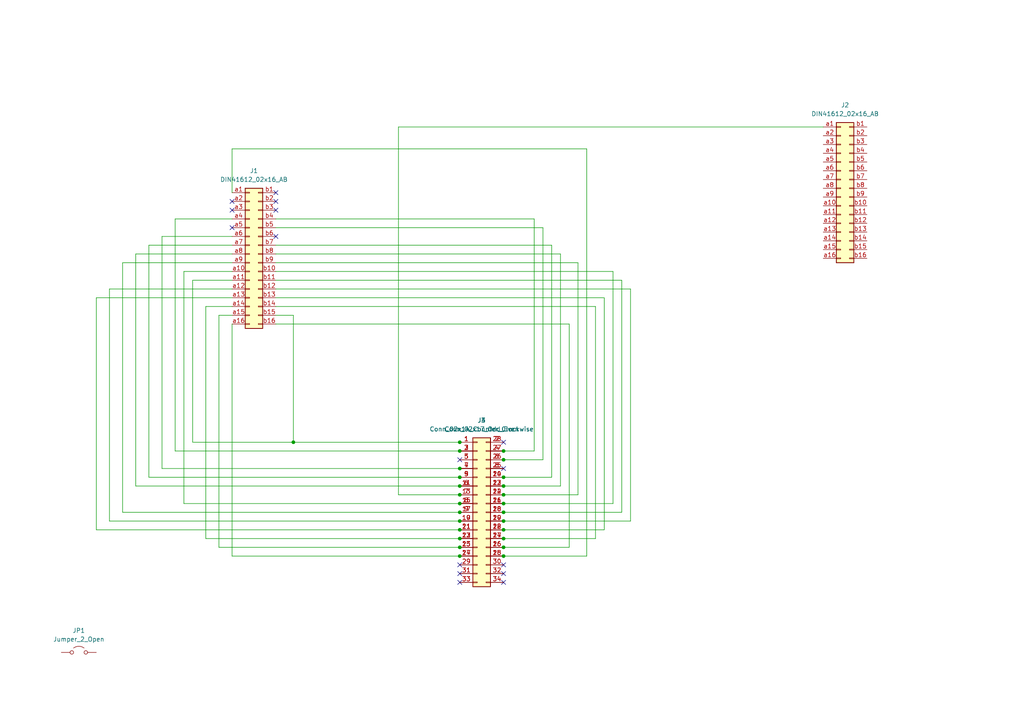
<source format=kicad_sch>
(kicad_sch (version 20250114) (generator "eeschema") (generator_version "9.0")
  (paper "A4")
  (lib_symbols
    (symbol "Connector:DIN41612_02x16_AB" (pin_names (offset 1.016) (hide yes))
      (property "Reference" "J" (at 1.27 20.32 0))
      (property "Value" "DIN41612_02x16_AB" (at 1.27 -22.86 0))
      (symbol "DIN41612_02x16_AB_1_1"
        (rectangle (start -1.27 19.05) (end 3.81 -21.59) (stroke (width 0.254)) (fill (type background)))
        (rectangle (start -1.27 17.907) (end 0 17.653) (stroke (width 0.1524)))
        (rectangle (start -1.27 15.367) (end 0 15.113) (stroke (width 0.1524)))
        (rectangle (start -1.27 12.827) (end 0 12.573) (stroke (width 0.1524)))
        (rectangle (start -1.27 10.287) (end 0 10.033) (stroke (width 0.1524)))
        (rectangle (start -1.27 7.747) (end 0 7.493) (stroke (width 0.1524)))
        (rectangle (start -1.27 5.207) (end 0 4.953) (stroke (width 0.1524)))
        (rectangle (start -1.27 2.667) (end 0 2.413) (stroke (width 0.1524)))
        (rectangle (start -1.27 0.127) (end 0 -0.127) (stroke (width 0.1524)))
        (rectangle (start -1.27 -2.413) (end 0 -2.667) (stroke (width 0.1524)))
        (rectangle (start -1.27 -4.953) (end 0 -5.207) (stroke (width 0.1524)))
        (rectangle (start -1.27 -7.493) (end 0 -7.747) (stroke (width 0.1524)))
        (rectangle (start -1.27 -10.033) (end 0 -10.287) (stroke (width 0.1524)))
        (rectangle (start -1.27 -12.573) (end 0 -12.827) (stroke (width 0.1524)))
        (rectangle (start -1.27 -15.113) (end 0 -15.367) (stroke (width 0.1524)))
        (rectangle (start -1.27 -17.653) (end 0 -17.907) (stroke (width 0.1524)))
        (rectangle (start -1.27 -20.193) (end 0 -20.447) (stroke (width 0.1524)))
        (rectangle (start 3.81 17.907) (end 2.54 17.653) (stroke (width 0.1524)))
        (rectangle (start 3.81 15.367) (end 2.54 15.113) (stroke (width 0.1524)))
        (rectangle (start 3.81 12.827) (end 2.54 12.573) (stroke (width 0.1524)))
        (rectangle (start 3.81 10.287) (end 2.54 10.033) (stroke (width 0.1524)))
        (rectangle (start 3.81 7.747) (end 2.54 7.493) (stroke (width 0.1524)))
        (rectangle (start 3.81 5.207) (end 2.54 4.953) (stroke (width 0.1524)))
        (rectangle (start 3.81 2.667) (end 2.54 2.413) (stroke (width 0.1524)))
        (rectangle (start 3.81 0.127) (end 2.54 -0.127) (stroke (width 0.1524)))
        (rectangle (start 3.81 -2.413) (end 2.54 -2.667) (stroke (width 0.1524)))
        (rectangle (start 3.81 -4.953) (end 2.54 -5.207) (stroke (width 0.1524)))
        (rectangle (start 3.81 -7.493) (end 2.54 -7.747) (stroke (width 0.1524)))
        (rectangle (start 3.81 -10.033) (end 2.54 -10.287) (stroke (width 0.1524)))
        (rectangle (start 3.81 -12.573) (end 2.54 -12.827) (stroke (width 0.1524)))
        (rectangle (start 3.81 -15.113) (end 2.54 -15.367) (stroke (width 0.1524)))
        (rectangle (start 3.81 -17.653) (end 2.54 -17.907) (stroke (width 0.1524)))
        (rectangle (start 3.81 -20.193) (end 2.54 -20.447) (stroke (width 0.1524)))
        (pin passive line (at -5.08 17.78 0) (length 3.81) (name "Pin_a1") (number "a1"))
        (pin passive line (at -5.08 15.24 0) (length 3.81) (name "Pin_a2") (number "a2"))
        (pin passive line (at -5.08 12.7 0) (length 3.81) (name "Pin_a3") (number "a3"))
        (pin passive line (at -5.08 10.16 0) (length 3.81) (name "Pin_a4") (number "a4"))
        (pin passive line (at -5.08 7.62 0) (length 3.81) (name "Pin_a5") (number "a5"))
        (pin passive line (at -5.08 5.08 0) (length 3.81) (name "Pin_a6") (number "a6"))
        (pin passive line (at -5.08 2.54 0) (length 3.81) (name "Pin_a7") (number "a7"))
        (pin passive line (at -5.08 0 0) (length 3.81) (name "Pin_a8") (number "a8"))
        (pin passive line (at -5.08 -2.54 0) (length 3.81) (name "Pin_a9") (number "a9"))
        (pin passive line (at -5.08 -5.08 0) (length 3.81) (name "Pin_a10") (number "a10"))
        (pin passive line (at -5.08 -7.62 0) (length 3.81) (name "Pin_a11") (number "a11"))
        (pin passive line (at -5.08 -10.16 0) (length 3.81) (name "Pin_a12") (number "a12"))
        (pin passive line (at -5.08 -12.7 0) (length 3.81) (name "Pin_a13") (number "a13"))
        (pin passive line (at -5.08 -15.24 0) (length 3.81) (name "Pin_a14") (number "a14"))
        (pin passive line (at -5.08 -17.78 0) (length 3.81) (name "Pin_a15") (number "a15"))
        (pin passive line (at -5.08 -20.32 0) (length 3.81) (name "Pin_a16") (number "a16"))
        (pin passive line (at 7.62 17.78 180) (length 3.81) (name "Pin_b1") (number "b1"))
        (pin passive line (at 7.62 15.24 180) (length 3.81) (name "Pin_b2") (number "b2"))
        (pin passive line (at 7.62 12.7 180) (length 3.81) (name "Pin_b3") (number "b3"))
        (pin passive line (at 7.62 10.16 180) (length 3.81) (name "Pin_b4") (number "b4"))
        (pin passive line (at 7.62 7.62 180) (length 3.81) (name "Pin_b5") (number "b5"))
        (pin passive line (at 7.62 5.08 180) (length 3.81) (name "Pin_b6") (number "b6"))
        (pin passive line (at 7.62 2.54 180) (length 3.81) (name "Pin_b7") (number "b7"))
        (pin passive line (at 7.62 0 180) (length 3.81) (name "Pin_b8") (number "b8"))
        (pin passive line (at 7.62 -2.54 180) (length 3.81) (name "Pin_b9") (number "b9"))
        (pin passive line (at 7.62 -5.08 180) (length 3.81) (name "Pin_b10") (number "b10"))
        (pin passive line (at 7.62 -7.62 180) (length 3.81) (name "Pin_b11") (number "b11"))
        (pin passive line (at 7.62 -10.16 180) (length 3.81) (name "Pin_b12") (number "b12"))
        (pin passive line (at 7.62 -12.7 180) (length 3.81) (name "Pin_b13") (number "b13"))
        (pin passive line (at 7.62 -15.24 180) (length 3.81) (name "Pin_b14") (number "b14"))
        (pin passive line (at 7.62 -17.78 180) (length 3.81) (name "Pin_b15") (number "b15"))
        (pin passive line (at 7.62 -20.32 180) (length 3.81) (name "Pin_b16") (number "b16"))
      )
    )
    (symbol "Connector_Generic:Conn_02x14_Counter_Clockwise" (pin_names (offset 1.016) (hide yes))
      (property "Reference" "J" (at 1.27 17.78 0))
      (property "Value" "Conn_02x14_Counter_Clockwise" (at 1.27 -20.32 0))
      (symbol "Conn_02x14_Counter_Clockwise_1_1"
        (rectangle (start -1.27 16.51) (end 3.81 -19.05) (stroke (width 0.254)) (fill (type background)))
        (rectangle (start -1.27 15.367) (end 0 15.113) (stroke (width 0.1524)))
        (rectangle (start -1.27 12.827) (end 0 12.573) (stroke (width 0.1524)))
        (rectangle (start -1.27 10.287) (end 0 10.033) (stroke (width 0.1524)))
        (rectangle (start -1.27 7.747) (end 0 7.493) (stroke (width 0.1524)))
        (rectangle (start -1.27 5.207) (end 0 4.953) (stroke (width 0.1524)))
        (rectangle (start -1.27 2.667) (end 0 2.413) (stroke (width 0.1524)))
        (rectangle (start -1.27 0.127) (end 0 -0.127) (stroke (width 0.1524)))
        (rectangle (start -1.27 -2.413) (end 0 -2.667) (stroke (width 0.1524)))
        (rectangle (start -1.27 -4.953) (end 0 -5.207) (stroke (width 0.1524)))
        (rectangle (start -1.27 -7.493) (end 0 -7.747) (stroke (width 0.1524)))
        (rectangle (start -1.27 -10.033) (end 0 -10.287) (stroke (width 0.1524)))
        (rectangle (start -1.27 -12.573) (end 0 -12.827) (stroke (width 0.1524)))
        (rectangle (start -1.27 -15.113) (end 0 -15.367) (stroke (width 0.1524)))
        (rectangle (start -1.27 -17.653) (end 0 -17.907) (stroke (width 0.1524)))
        (rectangle (start 3.81 15.367) (end 2.54 15.113) (stroke (width 0.1524)))
        (rectangle (start 3.81 12.827) (end 2.54 12.573) (stroke (width 0.1524)))
        (rectangle (start 3.81 10.287) (end 2.54 10.033) (stroke (width 0.1524)))
        (rectangle (start 3.81 7.747) (end 2.54 7.493) (stroke (width 0.1524)))
        (rectangle (start 3.81 5.207) (end 2.54 4.953) (stroke (width 0.1524)))
        (rectangle (start 3.81 2.667) (end 2.54 2.413) (stroke (width 0.1524)))
        (rectangle (start 3.81 0.127) (end 2.54 -0.127) (stroke (width 0.1524)))
        (rectangle (start 3.81 -2.413) (end 2.54 -2.667) (stroke (width 0.1524)))
        (rectangle (start 3.81 -4.953) (end 2.54 -5.207) (stroke (width 0.1524)))
        (rectangle (start 3.81 -7.493) (end 2.54 -7.747) (stroke (width 0.1524)))
        (rectangle (start 3.81 -10.033) (end 2.54 -10.287) (stroke (width 0.1524)))
        (rectangle (start 3.81 -12.573) (end 2.54 -12.827) (stroke (width 0.1524)))
        (rectangle (start 3.81 -15.113) (end 2.54 -15.367) (stroke (width 0.1524)))
        (rectangle (start 3.81 -17.653) (end 2.54 -17.907) (stroke (width 0.1524)))
        (pin passive line (at -5.08 15.24 0) (length 3.81) (name "Pin_1") (number "1"))
        (pin passive line (at -5.08 12.7 0) (length 3.81) (name "Pin_2") (number "2"))
        (pin passive line (at -5.08 10.16 0) (length 3.81) (name "Pin_3") (number "3"))
        (pin passive line (at -5.08 7.62 0) (length 3.81) (name "Pin_4") (number "4"))
        (pin passive line (at -5.08 5.08 0) (length 3.81) (name "Pin_5") (number "5"))
        (pin passive line (at -5.08 2.54 0) (length 3.81) (name "Pin_6") (number "6"))
        (pin passive line (at -5.08 0 0) (length 3.81) (name "Pin_7") (number "7"))
        (pin passive line (at -5.08 -2.54 0) (length 3.81) (name "Pin_8") (number "8"))
        (pin passive line (at -5.08 -5.08 0) (length 3.81) (name "Pin_9") (number "9"))
        (pin passive line (at -5.08 -7.62 0) (length 3.81) (name "Pin_10") (number "10"))
        (pin passive line (at -5.08 -10.16 0) (length 3.81) (name "Pin_11") (number "11"))
        (pin passive line (at -5.08 -12.7 0) (length 3.81) (name "Pin_12") (number "12"))
        (pin passive line (at -5.08 -15.24 0) (length 3.81) (name "Pin_13") (number "13"))
        (pin passive line (at -5.08 -17.78 0) (length 3.81) (name "Pin_14") (number "14"))
        (pin passive line (at 7.62 15.24 180) (length 3.81) (name "Pin_28") (number "28"))
        (pin passive line (at 7.62 12.7 180) (length 3.81) (name "Pin_27") (number "27"))
        (pin passive line (at 7.62 10.16 180) (length 3.81) (name "Pin_26") (number "26"))
        (pin passive line (at 7.62 7.62 180) (length 3.81) (name "Pin_25") (number "25"))
        (pin passive line (at 7.62 5.08 180) (length 3.81) (name "Pin_24") (number "24"))
        (pin passive line (at 7.62 2.54 180) (length 3.81) (name "Pin_23") (number "23"))
        (pin passive line (at 7.62 0 180) (length 3.81) (name "Pin_22") (number "22"))
        (pin passive line (at 7.62 -2.54 180) (length 3.81) (name "Pin_21") (number "21"))
        (pin passive line (at 7.62 -5.08 180) (length 3.81) (name "Pin_20") (number "20"))
        (pin passive line (at 7.62 -7.62 180) (length 3.81) (name "Pin_19") (number "19"))
        (pin passive line (at 7.62 -10.16 180) (length 3.81) (name "Pin_18") (number "18"))
        (pin passive line (at 7.62 -12.7 180) (length 3.81) (name "Pin_17") (number "17"))
        (pin passive line (at 7.62 -15.24 180) (length 3.81) (name "Pin_16") (number "16"))
        (pin passive line (at 7.62 -17.78 180) (length 3.81) (name "Pin_15") (number "15"))
      )
    )
    (symbol "Connector_Generic:Conn_02x17_Odd_Even" (pin_names (offset 1.016) (hide yes))
      (property "Reference" "J" (at 1.27 22.86 0))
      (property "Value" "Conn_02x17_Odd_Even" (at 1.27 -22.86 0))
      (symbol "Conn_02x17_Odd_Even_1_1"
        (rectangle (start -1.27 21.59) (end 3.81 -21.59) (stroke (width 0.254)) (fill (type background)))
        (rectangle (start -1.27 20.447) (end 0 20.193) (stroke (width 0.1524)))
        (rectangle (start -1.27 17.907) (end 0 17.653) (stroke (width 0.1524)))
        (rectangle (start -1.27 15.367) (end 0 15.113) (stroke (width 0.1524)))
        (rectangle (start -1.27 12.827) (end 0 12.573) (stroke (width 0.1524)))
        (rectangle (start -1.27 10.287) (end 0 10.033) (stroke (width 0.1524)))
        (rectangle (start -1.27 7.747) (end 0 7.493) (stroke (width 0.1524)))
        (rectangle (start -1.27 5.207) (end 0 4.953) (stroke (width 0.1524)))
        (rectangle (start -1.27 2.667) (end 0 2.413) (stroke (width 0.1524)))
        (rectangle (start -1.27 0.127) (end 0 -0.127) (stroke (width 0.1524)))
        (rectangle (start -1.27 -2.413) (end 0 -2.667) (stroke (width 0.1524)))
        (rectangle (start -1.27 -4.953) (end 0 -5.207) (stroke (width 0.1524)))
        (rectangle (start -1.27 -7.493) (end 0 -7.747) (stroke (width 0.1524)))
        (rectangle (start -1.27 -10.033) (end 0 -10.287) (stroke (width 0.1524)))
        (rectangle (start -1.27 -12.573) (end 0 -12.827) (stroke (width 0.1524)))
        (rectangle (start -1.27 -15.113) (end 0 -15.367) (stroke (width 0.1524)))
        (rectangle (start -1.27 -17.653) (end 0 -17.907) (stroke (width 0.1524)))
        (rectangle (start -1.27 -20.193) (end 0 -20.447) (stroke (width 0.1524)))
        (rectangle (start 3.81 20.447) (end 2.54 20.193) (stroke (width 0.1524)))
        (rectangle (start 3.81 17.907) (end 2.54 17.653) (stroke (width 0.1524)))
        (rectangle (start 3.81 15.367) (end 2.54 15.113) (stroke (width 0.1524)))
        (rectangle (start 3.81 12.827) (end 2.54 12.573) (stroke (width 0.1524)))
        (rectangle (start 3.81 10.287) (end 2.54 10.033) (stroke (width 0.1524)))
        (rectangle (start 3.81 7.747) (end 2.54 7.493) (stroke (width 0.1524)))
        (rectangle (start 3.81 5.207) (end 2.54 4.953) (stroke (width 0.1524)))
        (rectangle (start 3.81 2.667) (end 2.54 2.413) (stroke (width 0.1524)))
        (rectangle (start 3.81 0.127) (end 2.54 -0.127) (stroke (width 0.1524)))
        (rectangle (start 3.81 -2.413) (end 2.54 -2.667) (stroke (width 0.1524)))
        (rectangle (start 3.81 -4.953) (end 2.54 -5.207) (stroke (width 0.1524)))
        (rectangle (start 3.81 -7.493) (end 2.54 -7.747) (stroke (width 0.1524)))
        (rectangle (start 3.81 -10.033) (end 2.54 -10.287) (stroke (width 0.1524)))
        (rectangle (start 3.81 -12.573) (end 2.54 -12.827) (stroke (width 0.1524)))
        (rectangle (start 3.81 -15.113) (end 2.54 -15.367) (stroke (width 0.1524)))
        (rectangle (start 3.81 -17.653) (end 2.54 -17.907) (stroke (width 0.1524)))
        (rectangle (start 3.81 -20.193) (end 2.54 -20.447) (stroke (width 0.1524)))
        (pin passive line (at -5.08 20.32 0) (length 3.81) (name "Pin_1") (number "1"))
        (pin passive line (at -5.08 17.78 0) (length 3.81) (name "Pin_3") (number "3"))
        (pin passive line (at -5.08 15.24 0) (length 3.81) (name "Pin_5") (number "5"))
        (pin passive line (at -5.08 12.7 0) (length 3.81) (name "Pin_7") (number "7"))
        (pin passive line (at -5.08 10.16 0) (length 3.81) (name "Pin_9") (number "9"))
        (pin passive line (at -5.08 7.62 0) (length 3.81) (name "Pin_11") (number "11"))
        (pin passive line (at -5.08 5.08 0) (length 3.81) (name "Pin_13") (number "13"))
        (pin passive line (at -5.08 2.54 0) (length 3.81) (name "Pin_15") (number "15"))
        (pin passive line (at -5.08 0 0) (length 3.81) (name "Pin_17") (number "17"))
        (pin passive line (at -5.08 -2.54 0) (length 3.81) (name "Pin_19") (number "19"))
        (pin passive line (at -5.08 -5.08 0) (length 3.81) (name "Pin_21") (number "21"))
        (pin passive line (at -5.08 -7.62 0) (length 3.81) (name "Pin_23") (number "23"))
        (pin passive line (at -5.08 -10.16 0) (length 3.81) (name "Pin_25") (number "25"))
        (pin passive line (at -5.08 -12.7 0) (length 3.81) (name "Pin_27") (number "27"))
        (pin passive line (at -5.08 -15.24 0) (length 3.81) (name "Pin_29") (number "29"))
        (pin passive line (at -5.08 -17.78 0) (length 3.81) (name "Pin_31") (number "31"))
        (pin passive line (at -5.08 -20.32 0) (length 3.81) (name "Pin_33") (number "33"))
        (pin passive line (at 7.62 20.32 180) (length 3.81) (name "Pin_2") (number "2"))
        (pin passive line (at 7.62 17.78 180) (length 3.81) (name "Pin_4") (number "4"))
        (pin passive line (at 7.62 15.24 180) (length 3.81) (name "Pin_6") (number "6"))
        (pin passive line (at 7.62 12.7 180) (length 3.81) (name "Pin_8") (number "8"))
        (pin passive line (at 7.62 10.16 180) (length 3.81) (name "Pin_10") (number "10"))
        (pin passive line (at 7.62 7.62 180) (length 3.81) (name "Pin_12") (number "12"))
        (pin passive line (at 7.62 5.08 180) (length 3.81) (name "Pin_14") (number "14"))
        (pin passive line (at 7.62 2.54 180) (length 3.81) (name "Pin_16") (number "16"))
        (pin passive line (at 7.62 0 180) (length 3.81) (name "Pin_18") (number "18"))
        (pin passive line (at 7.62 -2.54 180) (length 3.81) (name "Pin_20") (number "20"))
        (pin passive line (at 7.62 -5.08 180) (length 3.81) (name "Pin_22") (number "22"))
        (pin passive line (at 7.62 -7.62 180) (length 3.81) (name "Pin_24") (number "24"))
        (pin passive line (at 7.62 -10.16 180) (length 3.81) (name "Pin_26") (number "26"))
        (pin passive line (at 7.62 -12.7 180) (length 3.81) (name "Pin_28") (number "28"))
        (pin passive line (at 7.62 -15.24 180) (length 3.81) (name "Pin_30") (number "30"))
        (pin passive line (at 7.62 -17.78 180) (length 3.81) (name "Pin_32") (number "32"))
        (pin passive line (at 7.62 -20.32 180) (length 3.81) (name "Pin_34") (number "34"))
      )
    )
    (symbol "Jumper:Jumper_2_Open" (pin_numbers (hide yes)) (pin_names (offset 0) (hide yes)) (exclude_from_sim yes)
      (property "Reference" "JP" (at 0 2.794 0))
      (property "Value" "Jumper_2_Open" (at 0 -2.286 0))
      (symbol "Jumper_2_Open_0_0"
        (circle (center -2.032 0) (radius 0.508))
        (circle (center 2.032 0) (radius 0.508))
      )
      (symbol "Jumper_2_Open_0_1"
        (arc (start -1.524 1.27) (mid 0 1.778) (end 1.524 1.27))
      )
      (symbol "Jumper_2_Open_1_1"
        (pin passive line (at -5.08 0 0) (length 2.54) (name "A") (number "1"))
        (pin passive line (at 5.08 0 180) (length 2.54) (name "B") (number "2"))
      )
    )
  )
  (junction (at 133.35 151.13))
  (junction (at 133.35 148.59))
  (junction (at 146.05 153.67))
  (junction (at 85.09 128.27))
  (junction (at 146.05 156.21))
  (junction (at 133.35 140.97))
  (junction (at 133.35 158.75))
  (junction (at 133.35 138.43))
  (junction (at 133.35 135.89))
  (junction (at 133.35 146.05))
  (junction (at 133.35 153.67))
  (junction (at 133.35 128.27))
  (junction (at 133.35 130.81))
  (junction (at 146.05 158.75))
  (junction (at 133.35 156.21))
  (junction (at 146.05 161.29))
  (junction (at 146.05 140.97))
  (junction (at 133.35 161.29))
  (junction (at 133.35 143.51))
  (junction (at 146.05 133.35))
  (junction (at 146.05 130.81))
  (junction (at 146.05 146.05))
  (junction (at 146.05 143.51))
  (junction (at 146.05 151.13))
  (junction (at 146.05 148.59))
  (junction (at 146.05 138.43))
  (no_connect (at 67.31 60.96))
  (no_connect (at 67.31 58.42))
  (no_connect (at 133.35 133.35))
  (no_connect (at 133.35 166.37))
  (no_connect (at 146.05 166.37))
  (no_connect (at 133.35 168.91))
  (no_connect (at 146.05 163.83))
  (no_connect (at 133.35 163.83))
  (no_connect (at 80.01 68.58))
  (no_connect (at 80.01 58.42))
  (no_connect (at 146.05 128.27))
  (no_connect (at 80.01 55.88))
  (no_connect (at 146.05 135.89))
  (no_connect (at 67.31 66.04))
  (no_connect (at 146.05 168.91))
  (no_connect (at 80.01 60.96))
  (wire (pts (xy 180.34 148.59) (xy 146.05 148.59)))
  (wire (pts (xy 182.88 151.13) (xy 146.05 151.13)))
  (wire (pts (xy 146.05 133.35) (xy 157.48 133.35)))
  (wire (pts (xy 80.01 93.98) (xy 165.1 93.98)))
  (wire (pts (xy 146.05 138.43) (xy 160.02 138.43)))
  (wire (pts (xy 35.56 148.59) (xy 133.35 148.59)))
  (wire (pts (xy 67.31 63.5) (xy 50.8 63.5)))
  (wire (pts (xy 165.1 158.75) (xy 146.05 158.75)))
  (wire (pts (xy 160.02 138.43) (xy 160.02 71.12)))
  (wire (pts (xy 67.31 91.44) (xy 63.5 91.44)))
  (wire (pts (xy 27.94 153.67) (xy 27.94 86.36)))
  (wire (pts (xy 59.69 88.9) (xy 59.69 156.21)))
  (wire (pts (xy 177.8 78.74) (xy 177.8 146.05)))
  (wire (pts (xy 53.34 78.74) (xy 53.34 146.05)))
  (wire (pts (xy 46.99 135.89) (xy 46.99 68.58)))
  (wire (pts (xy 67.31 43.18) (xy 67.31 55.88)))
  (wire (pts (xy 80.01 78.74) (xy 177.8 78.74)))
  (wire (pts (xy 162.56 73.66) (xy 162.56 140.97)))
  (wire (pts (xy 80.01 66.04) (xy 157.48 66.04)))
  (wire (pts (xy 157.48 133.35) (xy 157.48 66.04)))
  (wire (pts (xy 67.31 81.28) (xy 55.88 81.28)))
  (wire (pts (xy 80.01 91.44) (xy 85.09 91.44)))
  (wire (pts (xy 167.64 76.2) (xy 167.64 143.51)))
  (wire (pts (xy 67.31 78.74) (xy 53.34 78.74)))
  (wire (pts (xy 31.75 151.13) (xy 31.75 83.82)))
  (wire (pts (xy 175.26 86.36) (xy 175.26 153.67)))
  (wire (pts (xy 67.31 93.98) (xy 67.31 161.29)))
  (wire (pts (xy 170.18 161.29) (xy 170.18 43.18)))
  (wire (pts (xy 27.94 86.36) (xy 67.31 86.36)))
  (wire (pts (xy 115.57 36.83) (xy 115.57 143.51)))
  (wire (pts (xy 39.37 140.97) (xy 133.35 140.97)))
  (wire (pts (xy 80.01 76.2) (xy 167.64 76.2)))
  (wire (pts (xy 35.56 76.2) (xy 67.31 76.2)))
  (wire (pts (xy 177.8 146.05) (xy 146.05 146.05)))
  (wire (pts (xy 85.09 91.44) (xy 85.09 128.27)))
  (wire (pts (xy 80.01 63.5) (xy 154.94 63.5)))
  (wire (pts (xy 133.35 158.75) (xy 63.5 158.75)))
  (wire (pts (xy 172.72 156.21) (xy 172.72 88.9)))
  (wire (pts (xy 53.34 146.05) (xy 133.35 146.05)))
  (wire (pts (xy 160.02 71.12) (xy 80.01 71.12)))
  (wire (pts (xy 55.88 128.27) (xy 85.09 128.27)))
  (wire (pts (xy 146.05 161.29) (xy 170.18 161.29)))
  (wire (pts (xy 27.94 153.67) (xy 133.35 153.67)))
  (wire (pts (xy 180.34 81.28) (xy 180.34 148.59)))
  (wire (pts (xy 238.76 36.83) (xy 115.57 36.83)))
  (wire (pts (xy 146.05 156.21) (xy 172.72 156.21)))
  (wire (pts (xy 85.09 128.27) (xy 133.35 128.27)))
  (wire (pts (xy 80.01 83.82) (xy 182.88 83.82)))
  (wire (pts (xy 175.26 153.67) (xy 146.05 153.67)))
  (wire (pts (xy 63.5 91.44) (xy 63.5 158.75)))
  (wire (pts (xy 46.99 68.58) (xy 67.31 68.58)))
  (wire (pts (xy 55.88 81.28) (xy 55.88 128.27)))
  (wire (pts (xy 67.31 71.12) (xy 43.18 71.12)))
  (wire (pts (xy 146.05 130.81) (xy 154.94 130.81)))
  (wire (pts (xy 167.64 143.51) (xy 146.05 143.51)))
  (wire (pts (xy 80.01 81.28) (xy 180.34 81.28)))
  (wire (pts (xy 31.75 83.82) (xy 67.31 83.82)))
  (wire (pts (xy 50.8 130.81) (xy 133.35 130.81)))
  (wire (pts (xy 154.94 130.81) (xy 154.94 63.5)))
  (wire (pts (xy 182.88 83.82) (xy 182.88 151.13)))
  (wire (pts (xy 165.1 93.98) (xy 165.1 158.75)))
  (wire (pts (xy 43.18 138.43) (xy 133.35 138.43)))
  (wire (pts (xy 35.56 148.59) (xy 35.56 76.2)))
  (wire (pts (xy 115.57 143.51) (xy 133.35 143.51)))
  (wire (pts (xy 133.35 161.29) (xy 67.31 161.29)))
  (wire (pts (xy 31.75 151.13) (xy 133.35 151.13)))
  (wire (pts (xy 80.01 73.66) (xy 162.56 73.66)))
  (wire (pts (xy 46.99 135.89) (xy 133.35 135.89)))
  (wire (pts (xy 43.18 71.12) (xy 43.18 138.43)))
  (wire (pts (xy 39.37 140.97) (xy 39.37 73.66)))
  (wire (pts (xy 162.56 140.97) (xy 146.05 140.97)))
  (wire (pts (xy 59.69 88.9) (xy 67.31 88.9)))
  (wire (pts (xy 172.72 88.9) (xy 80.01 88.9)))
  (wire (pts (xy 80.01 86.36) (xy 175.26 86.36)))
  (wire (pts (xy 39.37 73.66) (xy 67.31 73.66)))
  (wire (pts (xy 50.8 63.5) (xy 50.8 130.81)))
  (wire (pts (xy 170.18 43.18) (xy 67.31 43.18)))
  (wire (pts (xy 133.35 156.21) (xy 59.69 156.21)))
  (symbol (lib_id "Connector:DIN41612_02x16_AB") (at 243.84 54.61 0) (unit 1)
    (property "Reference" "J2" (at 245.11 30.48 0))
    (property "Value" "DIN41612_02x16_AB" (at 245.11 33.02 0))
    (property "Footprint" "Connector_DIN:DIN41612_B2_2x16_Female_Vertical_THT" (effects (hide yes)))
    (property "Description" "DIN41612 connector, double row (AB), 02x16, script generated (kicad-library-utils/schlib/autogen/connector/)" (effects (hide yes)))
  )
  (symbol (lib_id "Connector_Generic:Conn_02x14_Counter_Clockwise") (at 138.43 143.51 0) (unit 1)
    (property "Reference" "J4" (at 139.7 121.92 0))
    (property "Value" "Conn_02x14_Counter_Clockwise" (at 139.7 124.46 0))
    (property "Footprint" "Package_DIP:DIP-28_W15.24mm" (effects (hide yes)))
    (property "Description" "Generic connector, double row, 02x14, counter clockwise pin numbering scheme (similar to DIP package numbering), script generated (kicad-library-utils/schlib/autogen/connector/)" (effects (hide yes)))
  )
  (symbol (lib_id "Connector:DIN41612_02x16_AB") (at 72.39 73.66 0) (unit 1)
    (property "Reference" "J1" (at 73.66 49.53 0))
    (property "Value" "DIN41612_02x16_AB" (at 73.66 52.07 0))
    (property "Footprint" "Connector_DIN:DIN41612_B2_2x16_Female_Vertical_THT" (effects (hide yes)))
    (property "Description" "DIN41612 connector, double row (AB), 02x16, script generated (kicad-library-utils/schlib/autogen/connector/)" (effects (hide yes)))
  )
  (symbol (lib_id "Jumper:Jumper_2_Open") (at 22.86 189.23 0) (unit 1) (exclude_from_sim yes)
    (property "Reference" "JP1" (at 22.86 182.88 0))
    (property "Value" "Jumper_2_Open" (at 22.86 185.42 0))
    (property "Footprint" "Connector_PinHeader_2.54mm:PinHeader_1x02_P2.54mm_Vertical" (effects (hide yes)))
    (property "Description" "Jumper, 2-pole, open" (effects (hide yes)))
  )
  (symbol (lib_id "Connector_Generic:Conn_02x17_Odd_Even") (at 138.43 148.59 0) (unit 1)
    (property "Reference" "J3" (at 139.7 121.92 0))
    (property "Value" "Conn_02x17_Odd_Even" (at 139.7 124.46 0))
    (property "Footprint" "Connector_PinHeader_2.54mm:PinHeader_2x17_P2.54mm_Vertical" (effects (hide yes)))
    (property "Description" "Generic connector, double row, 02x17, odd/even pin numbering scheme (row 1 odd numbers, row 2 even numbers), script generated (kicad-library-utils/schlib/autogen/connector/)" (effects (hide yes)))
  )
)
</source>
